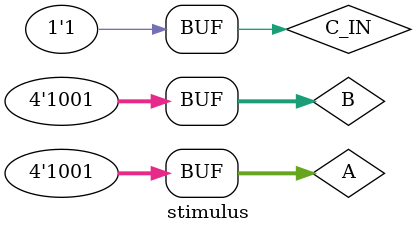
<source format=v>
`timescale 1ps/1ps
`include "4BitAdder.v"
module stimulus;

reg [3:0] A,B;
reg C_IN;
wire [3:0] Sum;
wire C_out;
Ripple_Adder r0(A,B,C_IN,Sum,C_out);
initial begin
    
#5 A = 4'd0; B = 4'd0; C_IN = 4'b0;
#5 A = 4'd3; B = 4'd4; C_IN = 4'b0;
#5 A = 4'd2; B = 4'd5; C_IN = 4'b0;
#5 A = 4'd9; B = 4'd9; C_IN = 4'b1;

end




endmodule

</source>
